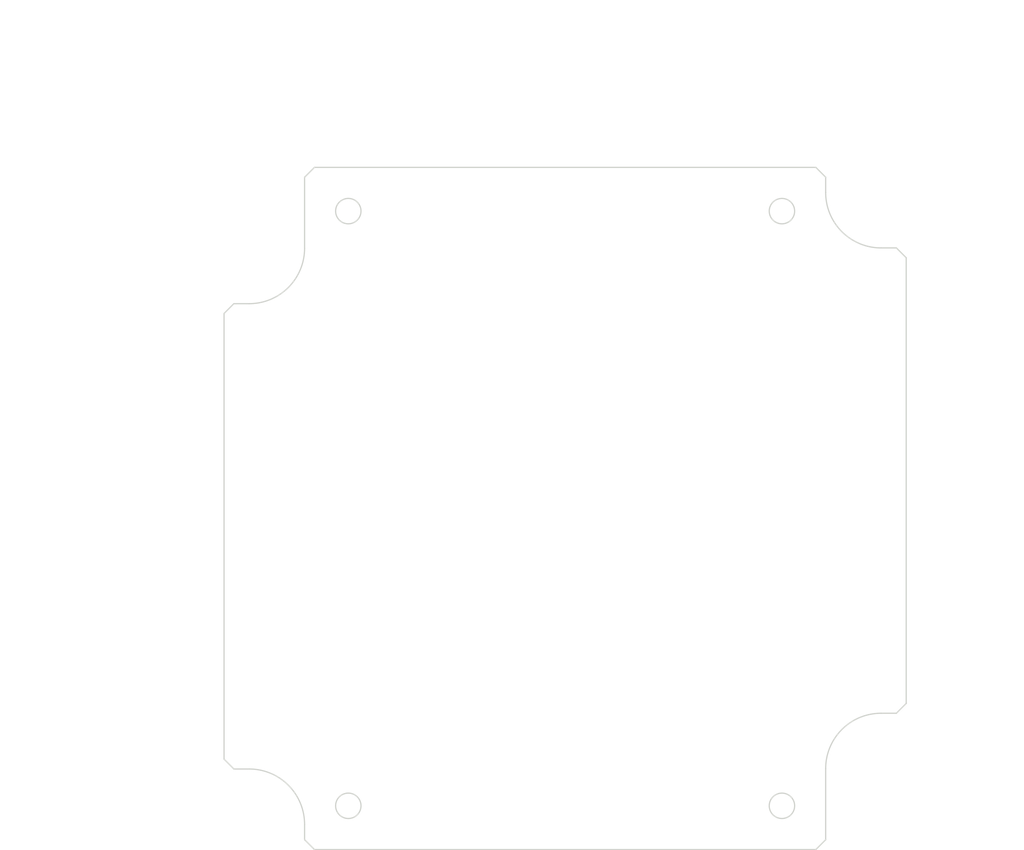
<source format=kicad_pcb>
(kicad_pcb (version 20171130) (host pcbnew "(5.1.0)-1")

  (general
    (thickness 1.6)
    (drawings 96)
    (tracks 0)
    (zones 0)
    (modules 0)
    (nets 1)
  )

  (page A4)
  (layers
    (0 F.Cu signal)
    (31 B.Cu signal)
    (32 B.Adhes user)
    (33 F.Adhes user)
    (34 B.Paste user)
    (35 F.Paste user)
    (36 B.SilkS user)
    (37 F.SilkS user)
    (38 B.Mask user)
    (39 F.Mask user)
    (40 Dwgs.User user)
    (41 Cmts.User user)
    (42 Eco1.User user)
    (43 Eco2.User user)
    (44 Edge.Cuts user)
    (45 Margin user)
    (46 B.CrtYd user)
    (47 F.CrtYd user)
    (48 B.Fab user)
    (49 F.Fab user)
  )

  (setup
    (last_trace_width 0.25)
    (trace_clearance 0.2)
    (zone_clearance 0.508)
    (zone_45_only no)
    (trace_min 0.2)
    (via_size 0.8)
    (via_drill 0.4)
    (via_min_size 0.4)
    (via_min_drill 0.3)
    (uvia_size 0.3)
    (uvia_drill 0.1)
    (uvias_allowed no)
    (uvia_min_size 0.2)
    (uvia_min_drill 0.1)
    (edge_width 0.05)
    (segment_width 0.2)
    (pcb_text_width 0.3)
    (pcb_text_size 1.5 1.5)
    (mod_edge_width 0.12)
    (mod_text_size 1 1)
    (mod_text_width 0.15)
    (pad_size 1.524 1.524)
    (pad_drill 0.762)
    (pad_to_mask_clearance 0.051)
    (solder_mask_min_width 0.25)
    (aux_axis_origin 0 0)
    (visible_elements FFFFFF7F)
    (pcbplotparams
      (layerselection 0x010fc_ffffffff)
      (usegerberextensions false)
      (usegerberattributes false)
      (usegerberadvancedattributes false)
      (creategerberjobfile false)
      (excludeedgelayer true)
      (linewidth 0.152400)
      (plotframeref false)
      (viasonmask false)
      (mode 1)
      (useauxorigin false)
      (hpglpennumber 1)
      (hpglpenspeed 20)
      (hpglpendiameter 15.000000)
      (psnegative false)
      (psa4output false)
      (plotreference true)
      (plotvalue true)
      (plotinvisibletext false)
      (padsonsilk false)
      (subtractmaskfromsilk false)
      (outputformat 1)
      (mirror false)
      (drillshape 1)
      (scaleselection 1)
      (outputdirectory ""))
  )

  (net 0 "")

  (net_class Default "This is the default net class."
    (clearance 0.2)
    (trace_width 0.25)
    (via_dia 0.8)
    (via_drill 0.4)
    (uvia_dia 0.3)
    (uvia_drill 0.1)
  )

  (gr_circle (center 117.539799 53.944571) (end 119.589799 53.944571) (layer Edge.Cuts) (width 0.2))
  (gr_circle (center 117.539799 149.944571) (end 119.589799 149.944571) (layer Edge.Cuts) (width 0.2))
  (gr_circle (center 187.539799 149.944571) (end 189.589799 149.944571) (layer Edge.Cuts) (width 0.2))
  (gr_circle (center 187.539799 53.944571) (end 189.589799 53.944571) (layer Edge.Cuts) (width 0.2))
  (gr_arc (start 101.539799 59.944571) (end 101.539799 68.885007) (angle -90) (layer Edge.Cuts) (width 0.2))
  (gr_line (start 110.480234 48.472507) (end 110.480234 59.944571) (layer Edge.Cuts) (width 0.2))
  (gr_arc (start 203.539799 50.944571) (end 194.599363 50.944571) (angle -90) (layer Edge.Cuts) (width 0.2))
  (gr_line (start 206.011863 59.885007) (end 203.539799 59.885007) (layer Edge.Cuts) (width 0.2))
  (gr_arc (start 203.539799 143.944571) (end 203.539799 135.004136) (angle -90) (layer Edge.Cuts) (width 0.2))
  (gr_line (start 194.599363 155.416636) (end 194.599363 143.944571) (layer Edge.Cuts) (width 0.2))
  (gr_line (start 112.067734 157.004136) (end 193.011863 157.004136) (layer Edge.Cuts) (width 0.2))
  (gr_arc (start 101.539799 152.944571) (end 110.480234 152.944571) (angle -90) (layer Edge.Cuts) (width 0.2))
  (gr_line (start 99.067734 144.004136) (end 101.539799 144.004136) (layer Edge.Cuts) (width 0.2))
  (gr_line (start 97.480234 70.472507) (end 97.480234 142.416636) (layer Edge.Cuts) (width 0.2))
  (gr_line (start 110.480234 152.944571) (end 110.480234 155.416636) (layer Edge.Cuts) (width 0.2))
  (gr_line (start 207.599363 133.416636) (end 207.599363 61.472507) (layer Edge.Cuts) (width 0.2))
  (gr_line (start 203.539799 135.004136) (end 206.011863 135.004136) (layer Edge.Cuts) (width 0.2))
  (gr_line (start 193.011863 46.885007) (end 112.067734 46.885007) (layer Edge.Cuts) (width 0.2))
  (gr_line (start 194.599363 50.944571) (end 194.599363 48.472507) (layer Edge.Cuts) (width 0.2))
  (gr_line (start 101.539799 68.885007) (end 99.067734 68.885007) (layer Edge.Cuts) (width 0.2))
  (gr_line (start 193.011863 157.004136) (end 194.599363 155.416636) (layer Edge.Cuts) (width 0.2))
  (gr_line (start 110.480234 155.416636) (end 112.067734 157.004136) (layer Edge.Cuts) (width 0.2))
  (gr_line (start 206.011863 135.004136) (end 207.599363 133.416636) (layer Edge.Cuts) (width 0.2))
  (gr_line (start 207.599363 61.472507) (end 206.011863 59.885007) (layer Edge.Cuts) (width 0.2))
  (gr_line (start 194.599363 48.472507) (end 193.011863 46.885007) (layer Edge.Cuts) (width 0.2))
  (gr_line (start 97.480234 142.416636) (end 99.067734 144.004136) (layer Edge.Cuts) (width 0.2))
  (gr_line (start 112.067734 46.885007) (end 110.480234 48.472507) (layer Edge.Cuts) (width 0.2))
  (gr_line (start 99.067734 68.885007) (end 97.480234 70.472507) (layer Edge.Cuts) (width 0.2))
  (gr_text [2.76] (at 145.085151 37.501365) (layer Dwgs.User)
    (effects (font (size 1.7 1.53) (thickness 0.2125)))
  )
  (gr_text " 70.00" (at 145.085151 33.943929) (layer Dwgs.User)
    (effects (font (size 1.7 1.53) (thickness 0.2125)))
  )
  (gr_line (start 185.539799 35.611903) (end 149.129762 35.611903) (layer Dwgs.User) (width 0.2))
  (gr_line (start 119.539799 35.611903) (end 141.04054 35.611903) (layer Dwgs.User) (width 0.2))
  (gr_line (start 187.539799 52.944571) (end 187.539799 32.436903) (layer Dwgs.User) (width 0.2))
  (gr_line (start 117.539799 52.944571) (end 117.539799 32.436903) (layer Dwgs.User) (width 0.2))
  (gr_text [3.78] (at 222.595 103.834032) (layer Dwgs.User)
    (effects (font (size 1.7 1.53) (thickness 0.2125)))
  )
  (gr_text " 96.00" (at 222.595 100.276597) (layer Dwgs.User)
    (effects (font (size 1.7 1.53) (thickness 0.2125)))
  )
  (gr_line (start 222.595 147.944571) (end 222.595 105.502006) (layer Dwgs.User) (width 0.2))
  (gr_line (start 222.595 55.944571) (end 222.595 98.387136) (layer Dwgs.User) (width 0.2))
  (gr_line (start 188.539799 149.944571) (end 225.77 149.944571) (layer Dwgs.User) (width 0.2))
  (gr_line (start 188.539799 53.944571) (end 225.77 53.944571) (layer Dwgs.User) (width 0.2))
  (gr_text [3.31] (at 157.777576 30.641149) (layer Dwgs.User)
    (effects (font (size 1.7 1.53) (thickness 0.2125)))
  )
  (gr_text " 84.12" (at 157.777576 27.083714) (layer Dwgs.User)
    (effects (font (size 1.7 1.53) (thickness 0.2125)))
  )
  (gr_line (start 192.599363 28.751688) (end 161.81639 28.751688) (layer Dwgs.User) (width 0.2))
  (gr_line (start 112.480234 28.751688) (end 153.738763 28.751688) (layer Dwgs.User) (width 0.2))
  (gr_line (start 194.599363 47.472507) (end 194.599363 25.576688) (layer Dwgs.User) (width 0.2))
  (gr_line (start 110.480234 47.472507) (end 110.480234 25.576688) (layer Dwgs.User) (width 0.2))
  (gr_text [.79] (at 86.015007 82.361968) (layer Dwgs.User)
    (effects (font (size 1.7 1.53) (thickness 0.2125)))
  )
  (gr_text " 20.06" (at 86.015007 78.804533) (layer Dwgs.User)
    (effects (font (size 1.7 1.53) (thickness 0.2125)))
  )
  (gr_line (start 97.480234 80.472507) (end 90.061938 80.472507) (layer Dwgs.User) (width 0.2))
  (gr_line (start 115.539799 80.472507) (end 99.480234 80.472507) (layer Dwgs.User) (width 0.2))
  (gr_line (start 117.539799 54.944571) (end 117.539799 83.647507) (layer Dwgs.User) (width 0.2))
  (gr_text [.28] (at 127.539799 43.530039) (layer Dwgs.User)
    (effects (font (size 1.7 1.53) (thickness 0.2125)))
  )
  (gr_text " 7.06" (at 127.539799 39.972603) (layer Dwgs.User)
    (effects (font (size 1.7 1.53) (thickness 0.2125)))
  )
  (gr_line (start 122.153271 41.640577) (end 124.153271 41.640577) (layer Dwgs.User) (width 0.2))
  (gr_line (start 122.153271 46.885007) (end 122.153271 41.640577) (layer Dwgs.User) (width 0.2))
  (gr_line (start 122.153271 51.944571) (end 122.153271 48.885007) (layer Dwgs.User) (width 0.2))
  (gr_line (start 118.539799 53.944571) (end 125.328271 53.944571) (layer Dwgs.User) (width 0.2))
  (gr_text [2.96] (at 78.617945 112.374512) (layer Dwgs.User)
    (effects (font (size 1.7 1.53) (thickness 0.2125)))
  )
  (gr_text " 75.12" (at 78.617945 108.817077) (layer Dwgs.User)
    (effects (font (size 1.7 1.53) (thickness 0.2125)))
  )
  (gr_line (start 78.617945 142.004136) (end 78.617945 114.042486) (layer Dwgs.User) (width 0.2))
  (gr_line (start 78.617945 70.885007) (end 78.617945 106.927616) (layer Dwgs.User) (width 0.2))
  (gr_line (start 98.067734 144.004136) (end 75.442945 144.004136) (layer Dwgs.User) (width 0.2))
  (gr_line (start 98.067734 68.885007) (end 75.442945 68.885007) (layer Dwgs.User) (width 0.2))
  (gr_text [.51] (at 90.172047 37.085594) (layer Dwgs.User)
    (effects (font (size 1.7 1.53) (thickness 0.2125)))
  )
  (gr_text " 13.00" (at 90.172047 33.527579) (layer Dwgs.User)
    (effects (font (size 1.7 1.53) (thickness 0.2125)))
  )
  (gr_line (start 97.480234 35.196133) (end 94.216658 35.196133) (layer Dwgs.User) (width 0.2))
  (gr_line (start 108.480234 35.196133) (end 99.480234 35.196133) (layer Dwgs.User) (width 0.2))
  (gr_line (start 110.480234 47.472507) (end 110.480234 32.021133) (layer Dwgs.User) (width 0.2))
  (gr_line (start 97.480234 69.472507) (end 97.480234 32.021133) (layer Dwgs.User) (width 0.2))
  (gr_text [.87] (at 91.539799 64.792913) (layer Dwgs.User)
    (effects (font (size 1.7 1.53) (thickness 0.2125)))
  )
  (gr_text " 22.00" (at 91.539799 61.235478) (layer Dwgs.User)
    (effects (font (size 1.7 1.53) (thickness 0.2125)))
  )
  (gr_line (start 91.539799 66.885007) (end 91.539799 66.460887) (layer Dwgs.User) (width 0.2))
  (gr_line (start 91.539799 48.885007) (end 91.539799 59.346016) (layer Dwgs.User) (width 0.2))
  (gr_line (start 100.539799 68.885007) (end 88.364799 68.885007) (layer Dwgs.User) (width 0.2))
  (gr_line (start 111.067734 46.885007) (end 88.364799 46.885007) (layer Dwgs.User) (width 0.2))
  (gr_line (start 117.539799 54.034571) (end 117.539799 53.854571) (layer Dwgs.User) (width 0.2))
  (gr_line (start 117.449799 53.944571) (end 117.629799 53.944571) (layer Dwgs.User) (width 0.2))
  (gr_text " ∅4.10\n[∅0.16]" (at 132.518117 66.324421) (layer Dwgs.User)
    (effects (font (size 1.7 1.53) (thickness 0.2125)))
  )
  (gr_line (start 125.981248 66.324421) (end 119.821432 57.290711) (layer Dwgs.User) (width 0.2))
  (gr_line (start 127.981248 66.324421) (end 125.981248 66.324421) (layer Dwgs.User) (width 0.2))
  (gr_text [R0.35] (at 210.821022 146.302019) (layer Dwgs.User)
    (effects (font (size 1.7 1.53) (thickness 0.2125)))
  )
  (gr_text " R8.94" (at 210.821022 142.744583) (layer Dwgs.User)
    (effects (font (size 1.7 1.53) (thickness 0.2125)))
  )
  (gr_line (start 204.350251 144.412558) (end 197.529436 140.473955) (layer Dwgs.User) (width 0.2))
  (gr_line (start 206.350251 144.412558) (end 204.350251 144.412558) (layer Dwgs.User) (width 0.2))
  (gr_text [4.34] (at 66.067734 99.053424) (layer Dwgs.User)
    (effects (font (size 1.7 1.53) (thickness 0.2125)))
  )
  (gr_text " 110.12" (at 66.067734 95.495988) (layer Dwgs.User)
    (effects (font (size 1.7 1.53) (thickness 0.2125)))
  )
  (gr_line (start 66.067734 48.885007) (end 66.067734 93.606527) (layer Dwgs.User) (width 0.2))
  (gr_line (start 66.067734 155.004136) (end 66.067734 100.721398) (layer Dwgs.User) (width 0.2))
  (gr_line (start 111.067734 46.885007) (end 62.892734 46.885007) (layer Dwgs.User) (width 0.2))
  (gr_line (start 111.067734 157.004136) (end 62.892734 157.004136) (layer Dwgs.User) (width 0.2))
  (gr_text [4.34] (at 142.903735 25.028246) (layer Dwgs.User)
    (effects (font (size 1.7 1.53) (thickness 0.2125)))
  )
  (gr_text " 110.12" (at 142.903735 21.470811) (layer Dwgs.User)
    (effects (font (size 1.7 1.53) (thickness 0.2125)))
  )
  (gr_line (start 205.599363 23.138785) (end 147.60295 23.138785) (layer Dwgs.User) (width 0.2))
  (gr_line (start 99.480234 23.138785) (end 138.204519 23.138785) (layer Dwgs.User) (width 0.2))
  (gr_line (start 207.599363 60.472507) (end 207.599363 19.963785) (layer Dwgs.User) (width 0.2))
  (gr_line (start 97.480234 69.472507) (end 97.480234 19.963785) (layer Dwgs.User) (width 0.2))

)

</source>
